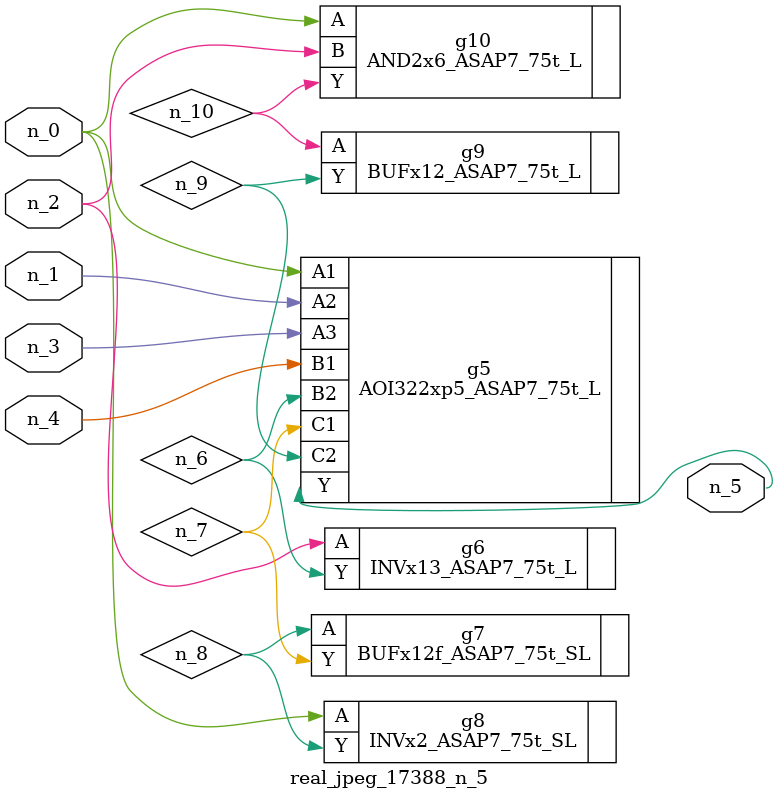
<source format=v>
module real_jpeg_17388_n_5 (n_4, n_0, n_1, n_2, n_3, n_5);

input n_4;
input n_0;
input n_1;
input n_2;
input n_3;

output n_5;

wire n_8;
wire n_6;
wire n_7;
wire n_10;
wire n_9;

AOI322xp5_ASAP7_75t_L g5 ( 
.A1(n_0),
.A2(n_1),
.A3(n_3),
.B1(n_4),
.B2(n_6),
.C1(n_7),
.C2(n_9),
.Y(n_5)
);

INVx2_ASAP7_75t_SL g8 ( 
.A(n_0),
.Y(n_8)
);

AND2x6_ASAP7_75t_L g10 ( 
.A(n_0),
.B(n_2),
.Y(n_10)
);

INVx13_ASAP7_75t_L g6 ( 
.A(n_2),
.Y(n_6)
);

BUFx12f_ASAP7_75t_SL g7 ( 
.A(n_8),
.Y(n_7)
);

BUFx12_ASAP7_75t_L g9 ( 
.A(n_10),
.Y(n_9)
);


endmodule
</source>
